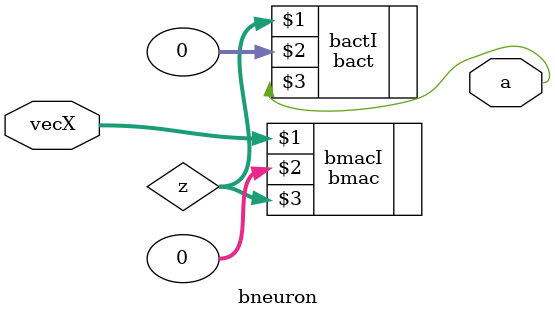
<source format=v>
`timescale 1 ns/10 ps

module bneuron(vecX,a);
   parameter VWIDTH = 0;
   parameter CWIDTH = 0;
   parameter VECW = 0;
   parameter BIAS = 0;

   input[VWIDTH-1:0] vecX;
   output a;

   wire[CWIDTH-1:0] z;

   bmac #(VWIDTH,CWIDTH) bmacI(vecX,VECW,z);
   bact#(CWIDTH) bactI(z,BIAS,a);

endmodule

</source>
